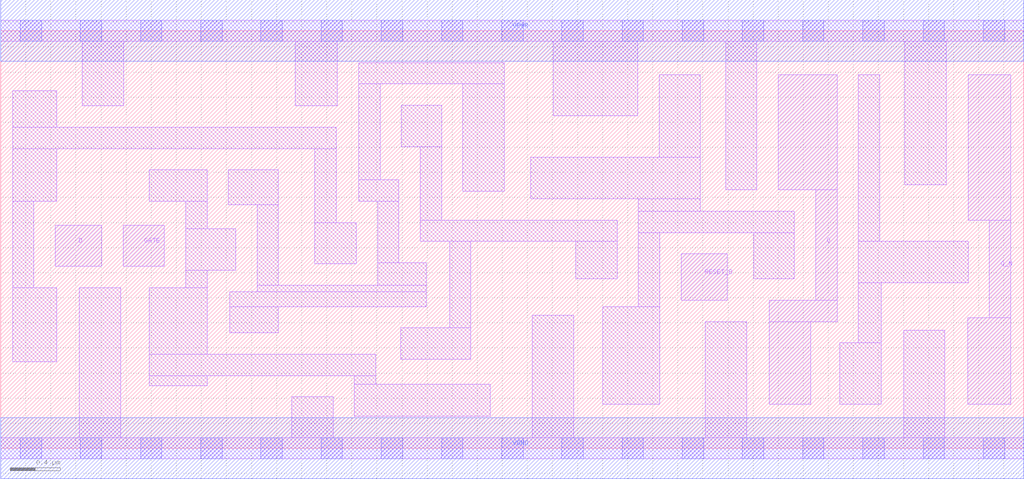
<source format=lef>
# Copyright 2020 The SkyWater PDK Authors
#
# Licensed under the Apache License, Version 2.0 (the "License");
# you may not use this file except in compliance with the License.
# You may obtain a copy of the License at
#
#     https://www.apache.org/licenses/LICENSE-2.0
#
# Unless required by applicable law or agreed to in writing, software
# distributed under the License is distributed on an "AS IS" BASIS,
# WITHOUT WARRANTIES OR CONDITIONS OF ANY KIND, either express or implied.
# See the License for the specific language governing permissions and
# limitations under the License.
#
# SPDX-License-Identifier: Apache-2.0

VERSION 5.5 ;
NAMESCASESENSITIVE ON ;
BUSBITCHARS "[]" ;
DIVIDERCHAR "/" ;
MACRO sky130_fd_sc_ls__dlrbp_1
  CLASS CORE ;
  SOURCE USER ;
  ORIGIN  0.000000  0.000000 ;
  SIZE  8.160000 BY  3.330000 ;
  SYMMETRY X Y ;
  SITE unit ;
  PIN D
    ANTENNAGATEAREA  0.208000 ;
    DIRECTION INPUT ;
    USE SIGNAL ;
    PORT
      LAYER li1 ;
        RECT 0.435000 1.450000 0.805000 1.780000 ;
    END
  END D
  PIN Q
    ANTENNADIFFAREA  0.541300 ;
    DIRECTION OUTPUT ;
    USE SIGNAL ;
    PORT
      LAYER li1 ;
        RECT 6.130000 0.350000 6.460000 1.010000 ;
        RECT 6.130000 1.010000 6.670000 1.180000 ;
        RECT 6.200000 2.060000 6.670000 2.980000 ;
        RECT 6.500000 1.180000 6.670000 2.060000 ;
    END
  END Q
  PIN Q_N
    ANTENNADIFFAREA  0.604200 ;
    DIRECTION OUTPUT ;
    USE SIGNAL ;
    PORT
      LAYER li1 ;
        RECT 7.710000 0.350000 8.055000 1.040000 ;
        RECT 7.715000 1.820000 8.055000 2.980000 ;
        RECT 7.885000 1.040000 8.055000 1.820000 ;
    END
  END Q_N
  PIN RESET_B
    ANTENNAGATEAREA  0.279000 ;
    DIRECTION INPUT ;
    USE SIGNAL ;
    PORT
      LAYER li1 ;
        RECT 5.425000 1.180000 5.795000 1.550000 ;
    END
  END RESET_B
  PIN GATE
    ANTENNAGATEAREA  0.237000 ;
    DIRECTION INPUT ;
    USE CLOCK ;
    PORT
      LAYER li1 ;
        RECT 0.975000 1.450000 1.305000 1.780000 ;
    END
  END GATE
  PIN VGND
    DIRECTION INOUT ;
    SHAPE ABUTMENT ;
    USE GROUND ;
    PORT
      LAYER met1 ;
        RECT 0.000000 -0.245000 8.160000 0.245000 ;
    END
  END VGND
  PIN VPWR
    DIRECTION INOUT ;
    SHAPE ABUTMENT ;
    USE POWER ;
    PORT
      LAYER met1 ;
        RECT 0.000000 3.085000 8.160000 3.575000 ;
    END
  END VPWR
  OBS
    LAYER li1 ;
      RECT 0.000000 -0.085000 8.160000 0.085000 ;
      RECT 0.000000  3.245000 8.160000 3.415000 ;
      RECT 0.095000  0.690000 0.445000 1.280000 ;
      RECT 0.095000  1.280000 0.265000 1.970000 ;
      RECT 0.095000  1.970000 0.445000 2.390000 ;
      RECT 0.095000  2.390000 2.675000 2.560000 ;
      RECT 0.095000  2.560000 0.445000 2.850000 ;
      RECT 0.625000  0.085000 0.955000 1.280000 ;
      RECT 0.650000  2.730000 0.980000 3.245000 ;
      RECT 1.185000  0.500000 1.645000 0.580000 ;
      RECT 1.185000  0.580000 2.990000 0.750000 ;
      RECT 1.185000  0.750000 1.645000 1.280000 ;
      RECT 1.185000  1.970000 1.645000 2.220000 ;
      RECT 1.475000  1.280000 1.645000 1.420000 ;
      RECT 1.475000  1.420000 1.875000 1.750000 ;
      RECT 1.475000  1.750000 1.645000 1.970000 ;
      RECT 1.815000  1.940000 2.215000 2.220000 ;
      RECT 1.825000  0.920000 2.215000 1.130000 ;
      RECT 1.825000  1.130000 3.395000 1.250000 ;
      RECT 2.045000  1.250000 3.395000 1.300000 ;
      RECT 2.045000  1.300000 2.215000 1.940000 ;
      RECT 2.320000  0.085000 2.650000 0.410000 ;
      RECT 2.350000  2.730000 2.685000 3.245000 ;
      RECT 2.505000  1.470000 2.835000 1.800000 ;
      RECT 2.505000  1.800000 2.675000 2.390000 ;
      RECT 2.820000  0.255000 3.905000 0.510000 ;
      RECT 2.820000  0.510000 2.990000 0.580000 ;
      RECT 2.855000  1.970000 3.175000 2.140000 ;
      RECT 2.855000  2.140000 3.025000 2.905000 ;
      RECT 2.855000  2.905000 4.015000 3.075000 ;
      RECT 3.005000  1.300000 3.395000 1.480000 ;
      RECT 3.005000  1.480000 3.175000 1.970000 ;
      RECT 3.190000  0.710000 3.750000 0.960000 ;
      RECT 3.195000  2.405000 3.515000 2.735000 ;
      RECT 3.345000  1.650000 4.915000 1.820000 ;
      RECT 3.345000  1.820000 3.515000 2.405000 ;
      RECT 3.580000  0.960000 3.750000 1.650000 ;
      RECT 3.685000  2.050000 4.015000 2.905000 ;
      RECT 4.225000  1.990000 5.580000 2.320000 ;
      RECT 4.240000  0.085000 4.570000 1.060000 ;
      RECT 4.405000  2.650000 5.080000 3.245000 ;
      RECT 4.585000  1.350000 4.915000 1.650000 ;
      RECT 4.800000  0.350000 5.255000 1.130000 ;
      RECT 5.085000  1.130000 5.255000 1.720000 ;
      RECT 5.085000  1.720000 6.330000 1.890000 ;
      RECT 5.085000  1.890000 5.580000 1.990000 ;
      RECT 5.250000  2.320000 5.580000 2.980000 ;
      RECT 5.620000  0.085000 5.950000 1.010000 ;
      RECT 5.780000  2.060000 6.030000 3.245000 ;
      RECT 6.005000  1.350000 6.330000 1.720000 ;
      RECT 6.690000  0.350000 7.020000 0.840000 ;
      RECT 6.840000  0.840000 7.020000 1.320000 ;
      RECT 6.840000  1.320000 7.715000 1.650000 ;
      RECT 6.840000  1.650000 7.010000 2.980000 ;
      RECT 7.200000  0.085000 7.530000 0.940000 ;
      RECT 7.210000  2.100000 7.540000 3.245000 ;
    LAYER mcon ;
      RECT 0.155000 -0.085000 0.325000 0.085000 ;
      RECT 0.155000  3.245000 0.325000 3.415000 ;
      RECT 0.635000 -0.085000 0.805000 0.085000 ;
      RECT 0.635000  3.245000 0.805000 3.415000 ;
      RECT 1.115000 -0.085000 1.285000 0.085000 ;
      RECT 1.115000  3.245000 1.285000 3.415000 ;
      RECT 1.595000 -0.085000 1.765000 0.085000 ;
      RECT 1.595000  3.245000 1.765000 3.415000 ;
      RECT 2.075000 -0.085000 2.245000 0.085000 ;
      RECT 2.075000  3.245000 2.245000 3.415000 ;
      RECT 2.555000 -0.085000 2.725000 0.085000 ;
      RECT 2.555000  3.245000 2.725000 3.415000 ;
      RECT 3.035000 -0.085000 3.205000 0.085000 ;
      RECT 3.035000  3.245000 3.205000 3.415000 ;
      RECT 3.515000 -0.085000 3.685000 0.085000 ;
      RECT 3.515000  3.245000 3.685000 3.415000 ;
      RECT 3.995000 -0.085000 4.165000 0.085000 ;
      RECT 3.995000  3.245000 4.165000 3.415000 ;
      RECT 4.475000 -0.085000 4.645000 0.085000 ;
      RECT 4.475000  3.245000 4.645000 3.415000 ;
      RECT 4.955000 -0.085000 5.125000 0.085000 ;
      RECT 4.955000  3.245000 5.125000 3.415000 ;
      RECT 5.435000 -0.085000 5.605000 0.085000 ;
      RECT 5.435000  3.245000 5.605000 3.415000 ;
      RECT 5.915000 -0.085000 6.085000 0.085000 ;
      RECT 5.915000  3.245000 6.085000 3.415000 ;
      RECT 6.395000 -0.085000 6.565000 0.085000 ;
      RECT 6.395000  3.245000 6.565000 3.415000 ;
      RECT 6.875000 -0.085000 7.045000 0.085000 ;
      RECT 6.875000  3.245000 7.045000 3.415000 ;
      RECT 7.355000 -0.085000 7.525000 0.085000 ;
      RECT 7.355000  3.245000 7.525000 3.415000 ;
      RECT 7.835000 -0.085000 8.005000 0.085000 ;
      RECT 7.835000  3.245000 8.005000 3.415000 ;
  END
END sky130_fd_sc_ls__dlrbp_1
END LIBRARY

</source>
